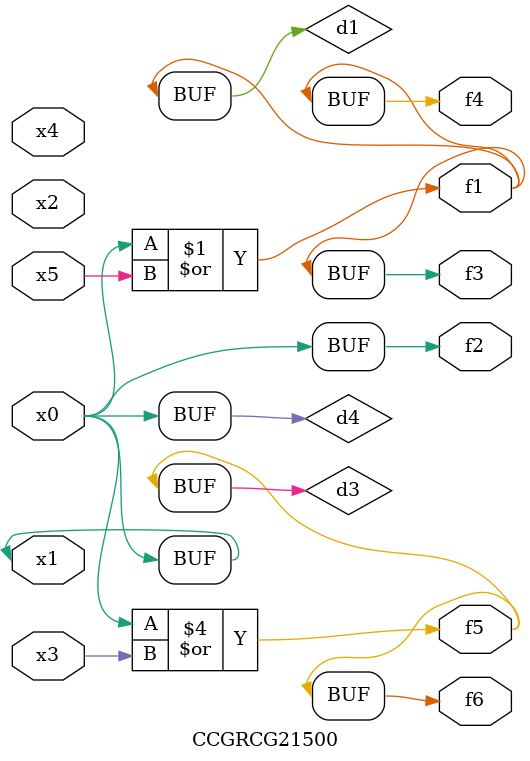
<source format=v>
module CCGRCG21500(
	input x0, x1, x2, x3, x4, x5,
	output f1, f2, f3, f4, f5, f6
);

	wire d1, d2, d3, d4;

	or (d1, x0, x5);
	xnor (d2, x1, x4);
	or (d3, x0, x3);
	buf (d4, x0, x1);
	assign f1 = d1;
	assign f2 = d4;
	assign f3 = d1;
	assign f4 = d1;
	assign f5 = d3;
	assign f6 = d3;
endmodule

</source>
